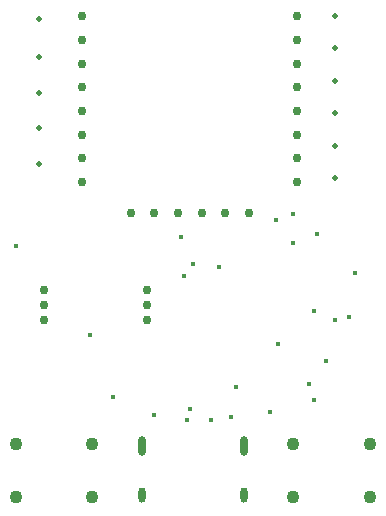
<source format=gbr>
%TF.GenerationSoftware,KiCad,Pcbnew,7.0.9*%
%TF.CreationDate,2024-01-07T11:32:03+01:00*%
%TF.ProjectId,esp32_programmer,65737033-325f-4707-926f-6772616d6d65,rev?*%
%TF.SameCoordinates,Original*%
%TF.FileFunction,Plated,1,2,PTH,Mixed*%
%TF.FilePolarity,Positive*%
%FSLAX46Y46*%
G04 Gerber Fmt 4.6, Leading zero omitted, Abs format (unit mm)*
G04 Created by KiCad (PCBNEW 7.0.9) date 2024-01-07 11:32:03*
%MOMM*%
%LPD*%
G01*
G04 APERTURE LIST*
%TA.AperFunction,ViaDrill*%
%ADD10C,0.400000*%
%TD*%
%TA.AperFunction,ComponentDrill*%
%ADD11C,0.500000*%
%TD*%
G04 aperture for slot hole*
%TA.AperFunction,ComponentDrill*%
%ADD12O,0.600000X1.700000*%
%TD*%
G04 aperture for slot hole*
%TA.AperFunction,ComponentDrill*%
%ADD13O,0.600000X1.300000*%
%TD*%
%TA.AperFunction,ComponentDrill*%
%ADD14C,0.750000*%
%TD*%
%TA.AperFunction,ComponentDrill*%
%ADD15C,0.762000*%
%TD*%
%TA.AperFunction,ComponentDrill*%
%ADD16C,1.100000*%
%TD*%
G04 APERTURE END LIST*
D10*
X130750000Y-113000000D03*
X137000000Y-120500000D03*
X139000000Y-125750000D03*
X142500000Y-127250000D03*
X144750000Y-112250000D03*
X145000000Y-115500000D03*
X145250000Y-127750000D03*
X145500000Y-126750000D03*
X145750000Y-114500000D03*
X147250000Y-127750000D03*
X148000000Y-114750000D03*
X149000000Y-127500000D03*
X149420372Y-124924500D03*
X152250000Y-127000000D03*
X152750000Y-110750000D03*
X153000000Y-121250000D03*
X154250000Y-110250000D03*
X154250000Y-112750000D03*
X155619243Y-124626664D03*
X156000000Y-118500000D03*
X156000000Y-126000000D03*
X156250000Y-112000500D03*
X157000000Y-122750000D03*
X157750000Y-119250000D03*
X159000000Y-119000000D03*
X159500000Y-115250000D03*
D11*
%TO.C,+5V*%
X132750000Y-93750000D03*
%TO.C,BOOT*%
X132750000Y-97000000D03*
%TO.C,EN*%
X132750000Y-100000000D03*
%TO.C,GND*%
X132750000Y-103000000D03*
%TO.C,PIN16*%
X132750000Y-106000000D03*
%TO.C,~RST*%
X157750000Y-93500000D03*
%TO.C,TX*%
X157750000Y-96250000D03*
%TO.C,RX*%
X157750000Y-99000000D03*
%TO.C,PIN0*%
X157750000Y-101750000D03*
%TO.C,PIN2*%
X157750000Y-104500000D03*
%TO.C,PIN15*%
X157750000Y-107250000D03*
D12*
%TO.C,P1*%
X141425000Y-129885000D03*
D13*
X141425000Y-134085000D03*
D12*
X150075000Y-129885000D03*
D13*
X150075000Y-134085000D03*
D14*
%TO.C,Q1*%
X133110000Y-116730000D03*
X133110000Y-118000000D03*
X133110000Y-119270000D03*
%TO.C,Q2*%
X141860000Y-116730000D03*
X141860000Y-118000000D03*
X141860000Y-119270000D03*
D15*
%TO.C,U2*%
X136400000Y-93550000D03*
X136400000Y-95550000D03*
X136400000Y-97550000D03*
X136400000Y-99550000D03*
X136400000Y-101550000D03*
X136400000Y-103550000D03*
X136400000Y-105550000D03*
X136400000Y-107550000D03*
X140500000Y-110150000D03*
X142500000Y-110150000D03*
X144500000Y-110150000D03*
X146500000Y-110150000D03*
X148500000Y-110150000D03*
X150500000Y-110150000D03*
X154600000Y-93550000D03*
X154600000Y-95550000D03*
X154600000Y-97550000D03*
X154600000Y-99550000D03*
X154600000Y-101550000D03*
X154600000Y-103550000D03*
X154600000Y-105550000D03*
X154600000Y-107550000D03*
D16*
%TO.C,SW1*%
X130750000Y-129750000D03*
X130750000Y-134250000D03*
X137250000Y-129750000D03*
X137250000Y-134250000D03*
%TO.C,SW2*%
X154250000Y-129750000D03*
X154250000Y-134250000D03*
X160750000Y-129750000D03*
X160750000Y-134250000D03*
M02*

</source>
